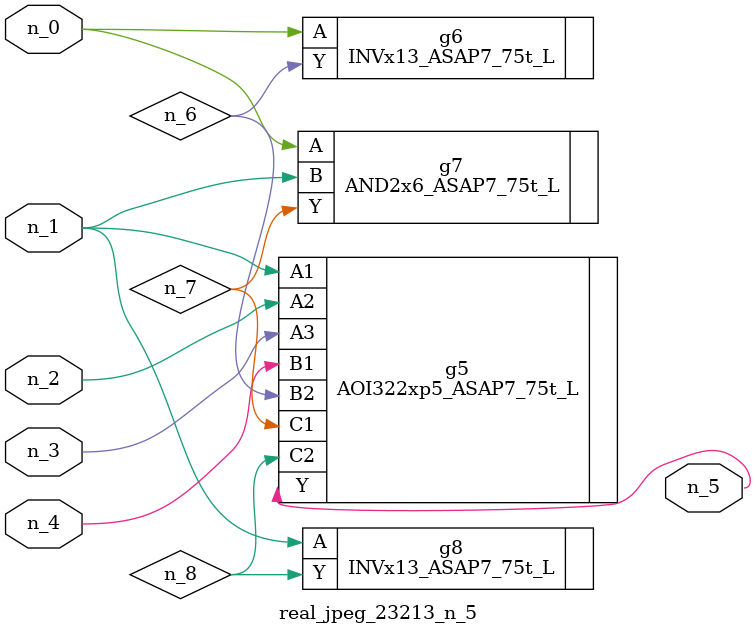
<source format=v>
module real_jpeg_23213_n_5 (n_4, n_0, n_1, n_2, n_3, n_5);

input n_4;
input n_0;
input n_1;
input n_2;
input n_3;

output n_5;

wire n_8;
wire n_6;
wire n_7;

INVx13_ASAP7_75t_L g6 ( 
.A(n_0),
.Y(n_6)
);

AND2x6_ASAP7_75t_L g7 ( 
.A(n_0),
.B(n_1),
.Y(n_7)
);

AOI322xp5_ASAP7_75t_L g5 ( 
.A1(n_1),
.A2(n_2),
.A3(n_3),
.B1(n_4),
.B2(n_6),
.C1(n_7),
.C2(n_8),
.Y(n_5)
);

INVx13_ASAP7_75t_L g8 ( 
.A(n_1),
.Y(n_8)
);


endmodule
</source>
